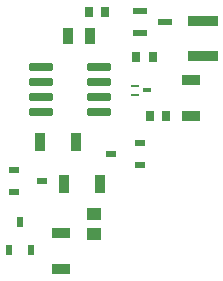
<source format=gbr>
%TF.GenerationSoftware,KiCad,Pcbnew,8.0.8*%
%TF.CreationDate,2025-02-16T23:43:51-05:00*%
%TF.ProjectId,Precharge Module V2.1,50726563-6861-4726-9765-204d6f64756c,rev?*%
%TF.SameCoordinates,Original*%
%TF.FileFunction,Paste,Top*%
%TF.FilePolarity,Positive*%
%FSLAX46Y46*%
G04 Gerber Fmt 4.6, Leading zero omitted, Abs format (unit mm)*
G04 Created by KiCad (PCBNEW 8.0.8) date 2025-02-16 23:43:51*
%MOMM*%
%LPD*%
G01*
G04 APERTURE LIST*
G04 Aperture macros list*
%AMRoundRect*
0 Rectangle with rounded corners*
0 $1 Rounding radius*
0 $2 $3 $4 $5 $6 $7 $8 $9 X,Y pos of 4 corners*
0 Add a 4 corners polygon primitive as box body*
4,1,4,$2,$3,$4,$5,$6,$7,$8,$9,$2,$3,0*
0 Add four circle primitives for the rounded corners*
1,1,$1+$1,$2,$3*
1,1,$1+$1,$4,$5*
1,1,$1+$1,$6,$7*
1,1,$1+$1,$8,$9*
0 Add four rect primitives between the rounded corners*
20,1,$1+$1,$2,$3,$4,$5,0*
20,1,$1+$1,$4,$5,$6,$7,0*
20,1,$1+$1,$6,$7,$8,$9,0*
20,1,$1+$1,$8,$9,$2,$3,0*%
G04 Aperture macros list end*
%ADD10R,1.600200X0.863600*%
%ADD11R,0.660400X0.279400*%
%ADD12R,0.660400X0.381000*%
%ADD13R,0.558800X0.863600*%
%ADD14R,1.219200X0.558800*%
%ADD15R,0.711200X0.939800*%
%ADD16R,2.500000X0.955600*%
%ADD17R,0.863600X0.558800*%
%ADD18R,1.193800X1.016000*%
%ADD19R,0.855600X1.600000*%
%ADD20RoundRect,0.075000X-0.910000X-0.225000X0.910000X-0.225000X0.910000X0.225000X-0.910000X0.225000X0*%
%ADD21R,0.812800X1.346200*%
G04 APERTURE END LIST*
D10*
%TO.C,D3*%
X55750000Y-49202000D03*
X55750000Y-52250000D03*
%TD*%
D11*
%TO.C,Q4*%
X62000000Y-36699900D03*
X62000000Y-37500000D03*
D12*
X62990600Y-37099950D03*
%TD*%
D13*
%TO.C,Q2*%
X51297500Y-50637600D03*
X53202500Y-50637600D03*
X52250000Y-48250000D03*
%TD*%
D14*
%TO.C,Q1*%
X62433200Y-30369000D03*
X62433200Y-32274000D03*
X64566800Y-31321500D03*
%TD*%
D15*
%TO.C,R3*%
X64647000Y-39250000D03*
X63250000Y-39250000D03*
%TD*%
D16*
%TO.C,C3*%
X67750000Y-34227801D03*
X67750000Y-31272199D03*
%TD*%
D17*
%TO.C,Q5*%
X62387600Y-43452500D03*
X62387600Y-41547500D03*
X60000000Y-42500000D03*
%TD*%
D10*
%TO.C,D2*%
X66750000Y-39274000D03*
X66750000Y-36226000D03*
%TD*%
D18*
%TO.C,R9*%
X58500000Y-47548200D03*
X58500000Y-49250000D03*
%TD*%
D19*
%TO.C,C1*%
X53972199Y-41500000D03*
X57027801Y-41500000D03*
%TD*%
%TO.C,C2*%
X59027801Y-45000000D03*
X55972199Y-45000000D03*
%TD*%
D15*
%TO.C,R5*%
X58103000Y-30500000D03*
X59500000Y-30500000D03*
%TD*%
%TO.C,R4*%
X62103000Y-34250000D03*
X63500000Y-34250000D03*
%TD*%
D20*
%TO.C,U1*%
X54030000Y-35095000D03*
X54030000Y-36365000D03*
X54030000Y-37635000D03*
X54030000Y-38905000D03*
X58970000Y-38905000D03*
X58970000Y-37635000D03*
X58970000Y-36365000D03*
X58970000Y-35095000D03*
%TD*%
D21*
%TO.C,R1*%
X56348300Y-32500000D03*
X58151700Y-32500000D03*
%TD*%
D17*
%TO.C,Q3*%
X51750000Y-43845000D03*
X51750000Y-45750000D03*
X54137600Y-44797500D03*
%TD*%
M02*

</source>
